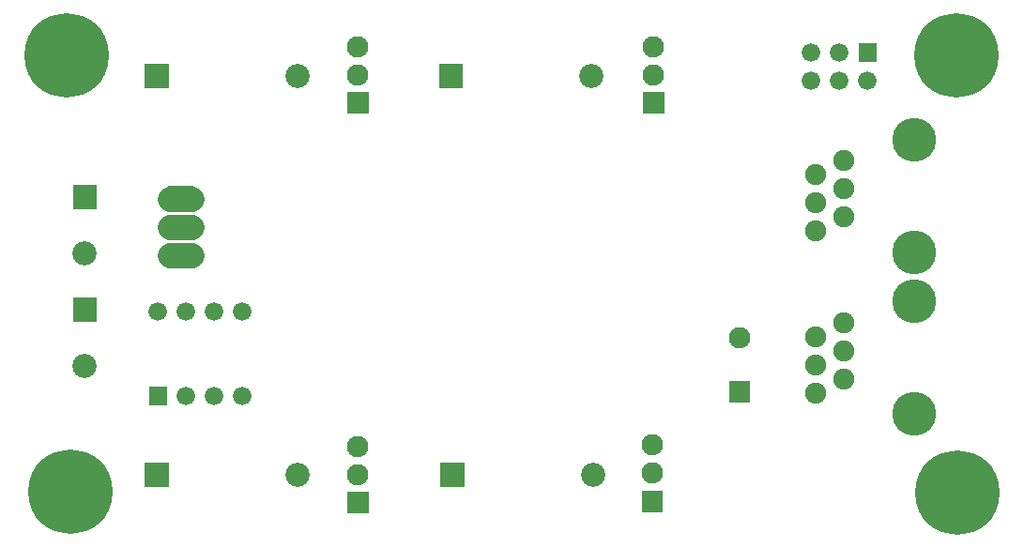
<source format=gbr>
G04 start of page 7 for group -4062 idx -4062 *
G04 Title: (unknown), soldermask *
G04 Creator: pcb 20110918 *
G04 CreationDate: Tue 09 Apr 2013 03:49:42 AM GMT UTC *
G04 For: railfan *
G04 Format: Gerber/RS-274X *
G04 PCB-Dimensions: 350000 190000 *
G04 PCB-Coordinate-Origin: lower left *
%MOIN*%
%FSLAX25Y25*%
%LNBOTTOMMASK*%
%ADD87C,0.0907*%
%ADD86C,0.0900*%
%ADD85C,0.1560*%
%ADD84C,0.0750*%
%ADD83C,0.2997*%
%ADD82C,0.0760*%
%ADD81C,0.0660*%
%ADD80C,0.0860*%
%ADD79C,0.0001*%
G54D79*G36*
X44200Y28300D02*Y19700D01*
X52800D01*
Y28300D01*
X44200D01*
G37*
G54D80*X98500Y24000D03*
G54D79*G36*
X45700Y55300D02*Y48700D01*
X52300D01*
Y55300D01*
X45700D01*
G37*
G54D81*X59000Y52000D03*
X69000D03*
X79000D03*
G54D79*G36*
X220700Y18300D02*Y10700D01*
X228300D01*
Y18300D01*
X220700D01*
G37*
G54D82*X224500Y24500D03*
Y34500D03*
G54D79*G36*
X149200Y28300D02*Y19700D01*
X157800D01*
Y28300D01*
X149200D01*
G37*
G54D80*X203500Y24000D03*
G54D83*X18000Y18000D03*
G54D79*G36*
X116200Y17800D02*Y10200D01*
X123800D01*
Y17800D01*
X116200D01*
G37*
G54D82*X120000Y24000D03*
Y34000D03*
G54D84*X282500Y53000D03*
X292500Y58000D03*
Y68000D03*
G54D85*X317500Y45500D03*
G54D83*X333000Y17500D03*
G54D79*G36*
X297700Y177300D02*Y170700D01*
X304300D01*
Y177300D01*
X297700D01*
G37*
G54D81*X291000Y174000D03*
X281000D03*
X301000Y164000D03*
X291000D03*
X281000D03*
G54D79*G36*
X221200Y159800D02*Y152200D01*
X228800D01*
Y159800D01*
X221200D01*
G37*
G54D82*X225000Y166000D03*
Y176000D03*
G54D83*X332500Y173000D03*
G54D79*G36*
X148700Y169800D02*Y161200D01*
X157300D01*
Y169800D01*
X148700D01*
G37*
G54D80*X98500Y165500D03*
G54D79*G36*
X116200Y159800D02*Y152200D01*
X123800D01*
Y159800D01*
X116200D01*
G37*
G54D82*X120000Y166000D03*
Y176000D03*
G54D80*X203000Y165500D03*
G54D79*G36*
X18700Y126800D02*Y118200D01*
X27300D01*
Y126800D01*
X18700D01*
G37*
G54D80*X23000Y102500D03*
G54D79*G36*
X18700Y86800D02*Y78200D01*
X27300D01*
Y86800D01*
X18700D01*
G37*
G54D80*X23000Y62500D03*
G54D83*X16500Y173000D03*
G54D86*X57000Y102000D03*
Y112000D03*
G54D79*G36*
X52500Y126500D02*Y117500D01*
X61500D01*
Y126500D01*
X52500D01*
G37*
G36*
X44200Y169800D02*Y161200D01*
X52800D01*
Y169800D01*
X44200D01*
G37*
G54D81*X79000Y82000D03*
X69000D03*
X59000D03*
X49000D03*
G54D84*X282500Y63000D03*
Y73000D03*
X292500Y78000D03*
G54D85*X317500Y85500D03*
G54D79*G36*
X251700Y57194D02*Y49594D01*
X259300D01*
Y57194D01*
X251700D01*
G37*
G54D82*X255500Y72606D03*
G54D84*X282500Y110500D03*
X292500Y115500D03*
X282500Y120500D03*
X292500Y125500D03*
X282500Y130500D03*
X292500Y135500D03*
G54D85*X317500Y103000D03*
Y143000D03*
G54D87*X53063Y112000D02*X60937D01*
X53063Y122000D02*X60937D01*
X53063Y102000D02*X60937D01*
M02*

</source>
